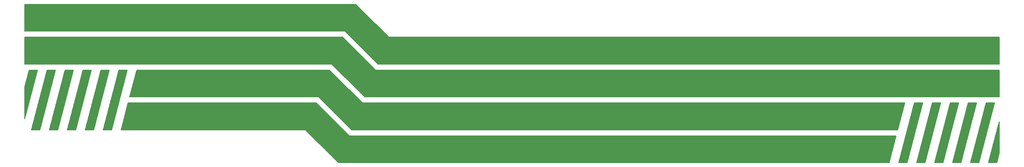
<source format=gtl>
G75*
G70*
%OFA0B0*%
%FSLAX24Y24*%
%IPPOS*%
%LPD*%
%AMOC8*
5,1,8,0,0,1.08239X$1,22.5*
%
%ADD10C,0.0050*%
D10*
X027475Y029345D02*
X024725Y032095D01*
X009298Y032095D01*
X009888Y034345D01*
X025625Y034345D01*
X028375Y031595D01*
X074088Y031595D01*
X073498Y029345D01*
X027475Y029345D01*
X027431Y029389D02*
X073509Y029389D01*
X073522Y029437D02*
X027383Y029437D01*
X027334Y029486D02*
X073534Y029486D01*
X073547Y029534D02*
X027286Y029534D01*
X027237Y029583D02*
X073560Y029583D01*
X073573Y029631D02*
X027189Y029631D01*
X027140Y029680D02*
X073585Y029680D01*
X073598Y029728D02*
X027092Y029728D01*
X027043Y029777D02*
X073611Y029777D01*
X073623Y029825D02*
X026995Y029825D01*
X026946Y029874D02*
X073636Y029874D01*
X073649Y029922D02*
X026898Y029922D01*
X026849Y029971D02*
X073662Y029971D01*
X073674Y030019D02*
X026801Y030019D01*
X026752Y030068D02*
X073687Y030068D01*
X073700Y030116D02*
X026704Y030116D01*
X026655Y030165D02*
X073712Y030165D01*
X073725Y030213D02*
X026607Y030213D01*
X026558Y030262D02*
X073738Y030262D01*
X073751Y030310D02*
X026510Y030310D01*
X026461Y030359D02*
X073763Y030359D01*
X073776Y030407D02*
X026413Y030407D01*
X026364Y030456D02*
X073789Y030456D01*
X073801Y030504D02*
X026316Y030504D01*
X026267Y030553D02*
X073814Y030553D01*
X073827Y030601D02*
X026219Y030601D01*
X026170Y030650D02*
X073840Y030650D01*
X073852Y030698D02*
X026122Y030698D01*
X026073Y030747D02*
X073865Y030747D01*
X073878Y030795D02*
X026025Y030795D01*
X025976Y030844D02*
X073890Y030844D01*
X073903Y030892D02*
X025928Y030892D01*
X025879Y030941D02*
X073916Y030941D01*
X073929Y030989D02*
X025831Y030989D01*
X025782Y031038D02*
X073941Y031038D01*
X073954Y031086D02*
X025734Y031086D01*
X025685Y031135D02*
X073967Y031135D01*
X073980Y031183D02*
X025637Y031183D01*
X025588Y031232D02*
X073992Y031232D01*
X074005Y031280D02*
X025540Y031280D01*
X025491Y031329D02*
X074018Y031329D01*
X074030Y031377D02*
X025443Y031377D01*
X025394Y031426D02*
X074043Y031426D01*
X074056Y031474D02*
X025346Y031474D01*
X025297Y031523D02*
X074069Y031523D01*
X074081Y031571D02*
X025249Y031571D01*
X025200Y031620D02*
X028350Y031620D01*
X028302Y031668D02*
X025152Y031668D01*
X025103Y031717D02*
X028253Y031717D01*
X028205Y031765D02*
X025055Y031765D01*
X025006Y031814D02*
X028156Y031814D01*
X028108Y031862D02*
X024958Y031862D01*
X024909Y031911D02*
X028059Y031911D01*
X028011Y031959D02*
X024861Y031959D01*
X024812Y032008D02*
X027962Y032008D01*
X027914Y032056D02*
X024764Y032056D01*
X026604Y033366D02*
X009631Y033366D01*
X009643Y033414D02*
X026556Y033414D01*
X026507Y033463D02*
X009656Y033463D01*
X009669Y033511D02*
X026459Y033511D01*
X026410Y033560D02*
X009682Y033560D01*
X009694Y033608D02*
X026362Y033608D01*
X026313Y033657D02*
X009707Y033657D01*
X009720Y033705D02*
X026265Y033705D01*
X026216Y033754D02*
X009732Y033754D01*
X009745Y033802D02*
X026168Y033802D01*
X026119Y033851D02*
X009758Y033851D01*
X009771Y033899D02*
X026071Y033899D01*
X026022Y033948D02*
X009783Y033948D01*
X009796Y033996D02*
X025974Y033996D01*
X025925Y034045D02*
X009809Y034045D01*
X009821Y034093D02*
X025877Y034093D01*
X025828Y034142D02*
X009834Y034142D01*
X009847Y034190D02*
X025780Y034190D01*
X025731Y034239D02*
X009860Y034239D01*
X009872Y034287D02*
X025683Y034287D01*
X025634Y034336D02*
X009885Y034336D01*
X010023Y034845D02*
X010613Y037095D01*
X026725Y037095D01*
X029475Y034345D01*
X074813Y034345D01*
X074223Y032095D01*
X028575Y032095D01*
X025825Y034845D01*
X010023Y034845D01*
X010029Y034869D02*
X028951Y034869D01*
X028999Y034821D02*
X025849Y034821D01*
X025898Y034772D02*
X029048Y034772D01*
X029096Y034724D02*
X025946Y034724D01*
X025995Y034675D02*
X029145Y034675D01*
X029193Y034627D02*
X026043Y034627D01*
X026092Y034578D02*
X029242Y034578D01*
X029290Y034530D02*
X026140Y034530D01*
X026189Y034481D02*
X029339Y034481D01*
X029387Y034433D02*
X026237Y034433D01*
X026286Y034384D02*
X029436Y034384D01*
X029675Y034845D02*
X026925Y037595D01*
X001243Y037595D01*
X001243Y039845D01*
X027825Y039845D01*
X030575Y037095D01*
X082707Y037095D01*
X082707Y034845D01*
X029675Y034845D01*
X029651Y034869D02*
X082707Y034869D01*
X082707Y034918D02*
X029602Y034918D01*
X029554Y034966D02*
X082707Y034966D01*
X082707Y035015D02*
X029505Y035015D01*
X029457Y035063D02*
X082707Y035063D01*
X082707Y035112D02*
X029408Y035112D01*
X029360Y035160D02*
X082707Y035160D01*
X082707Y035209D02*
X029311Y035209D01*
X029263Y035257D02*
X082707Y035257D01*
X082707Y035306D02*
X029214Y035306D01*
X029166Y035354D02*
X082707Y035354D01*
X082707Y035403D02*
X029117Y035403D01*
X029069Y035451D02*
X082707Y035451D01*
X082707Y035500D02*
X029020Y035500D01*
X028972Y035548D02*
X082707Y035548D01*
X082707Y035597D02*
X028923Y035597D01*
X028875Y035645D02*
X082707Y035645D01*
X082707Y035694D02*
X028826Y035694D01*
X028778Y035742D02*
X082707Y035742D01*
X082707Y035791D02*
X028729Y035791D01*
X028681Y035839D02*
X082707Y035839D01*
X082707Y035888D02*
X028632Y035888D01*
X028584Y035936D02*
X082707Y035936D01*
X082707Y035985D02*
X028535Y035985D01*
X028487Y036033D02*
X082707Y036033D01*
X082707Y036082D02*
X028438Y036082D01*
X028390Y036130D02*
X082707Y036130D01*
X082707Y036179D02*
X028341Y036179D01*
X028293Y036227D02*
X082707Y036227D01*
X082707Y036276D02*
X028244Y036276D01*
X028196Y036324D02*
X082707Y036324D01*
X082707Y036373D02*
X028147Y036373D01*
X028099Y036421D02*
X082707Y036421D01*
X082707Y036470D02*
X028050Y036470D01*
X028002Y036518D02*
X082707Y036518D01*
X082707Y036567D02*
X027953Y036567D01*
X027905Y036615D02*
X082707Y036615D01*
X082707Y036664D02*
X027856Y036664D01*
X027808Y036712D02*
X082707Y036712D01*
X082707Y036761D02*
X027759Y036761D01*
X027711Y036809D02*
X082707Y036809D01*
X082707Y036858D02*
X027662Y036858D01*
X027614Y036906D02*
X082707Y036906D01*
X082707Y036955D02*
X027565Y036955D01*
X027517Y037003D02*
X082707Y037003D01*
X082707Y037052D02*
X027468Y037052D01*
X027420Y037100D02*
X030570Y037100D01*
X030521Y037149D02*
X027371Y037149D01*
X027323Y037197D02*
X030473Y037197D01*
X030424Y037246D02*
X027274Y037246D01*
X027226Y037294D02*
X030376Y037294D01*
X030327Y037343D02*
X027177Y037343D01*
X027129Y037391D02*
X030279Y037391D01*
X030230Y037440D02*
X027080Y037440D01*
X027032Y037488D02*
X030182Y037488D01*
X030133Y037537D02*
X026983Y037537D01*
X026935Y037585D02*
X030085Y037585D01*
X030036Y037634D02*
X001243Y037634D01*
X001243Y037682D02*
X029988Y037682D01*
X029939Y037731D02*
X001243Y037731D01*
X001243Y037779D02*
X029891Y037779D01*
X029842Y037828D02*
X001243Y037828D01*
X001243Y037876D02*
X029794Y037876D01*
X029745Y037925D02*
X001243Y037925D01*
X001243Y037973D02*
X029697Y037973D01*
X029648Y038022D02*
X001243Y038022D01*
X001243Y038070D02*
X029600Y038070D01*
X029551Y038119D02*
X001243Y038119D01*
X001243Y038167D02*
X029503Y038167D01*
X029454Y038216D02*
X001243Y038216D01*
X001243Y038264D02*
X029406Y038264D01*
X029357Y038313D02*
X001243Y038313D01*
X001243Y038361D02*
X029309Y038361D01*
X029260Y038410D02*
X001243Y038410D01*
X001243Y038458D02*
X029212Y038458D01*
X029163Y038507D02*
X001243Y038507D01*
X001243Y038555D02*
X029115Y038555D01*
X029066Y038604D02*
X001243Y038604D01*
X001243Y038652D02*
X029018Y038652D01*
X028969Y038701D02*
X001243Y038701D01*
X001243Y038749D02*
X028921Y038749D01*
X028872Y038798D02*
X001243Y038798D01*
X001243Y038846D02*
X028824Y038846D01*
X028775Y038895D02*
X001243Y038895D01*
X001243Y038943D02*
X028727Y038943D01*
X028678Y038992D02*
X001243Y038992D01*
X001243Y039040D02*
X028630Y039040D01*
X028581Y039089D02*
X001243Y039089D01*
X001243Y039137D02*
X028533Y039137D01*
X028484Y039186D02*
X001243Y039186D01*
X001243Y039234D02*
X028436Y039234D01*
X028387Y039283D02*
X001243Y039283D01*
X001243Y039331D02*
X028339Y039331D01*
X028290Y039380D02*
X001243Y039380D01*
X001243Y039428D02*
X028242Y039428D01*
X028193Y039477D02*
X001243Y039477D01*
X001243Y039525D02*
X028145Y039525D01*
X028096Y039574D02*
X001243Y039574D01*
X001243Y039622D02*
X028048Y039622D01*
X027999Y039671D02*
X001243Y039671D01*
X001243Y039719D02*
X027951Y039719D01*
X027902Y039768D02*
X001243Y039768D01*
X001243Y039816D02*
X027854Y039816D01*
X028214Y040156D02*
X031364Y040156D01*
X031316Y040204D02*
X028166Y040204D01*
X028117Y040253D02*
X031267Y040253D01*
X031219Y040301D02*
X028069Y040301D01*
X028025Y040345D02*
X001243Y040345D01*
X001243Y042595D01*
X028925Y042595D01*
X031675Y039845D01*
X082707Y039845D01*
X082707Y037595D01*
X030775Y037595D01*
X028025Y040345D01*
X028263Y040107D02*
X031413Y040107D01*
X031461Y040059D02*
X028311Y040059D01*
X028360Y040010D02*
X031510Y040010D01*
X031558Y039962D02*
X028408Y039962D01*
X028457Y039913D02*
X031607Y039913D01*
X031655Y039865D02*
X028505Y039865D01*
X028554Y039816D02*
X082707Y039816D01*
X082707Y039768D02*
X028602Y039768D01*
X028651Y039719D02*
X082707Y039719D01*
X082707Y039671D02*
X028699Y039671D01*
X028748Y039622D02*
X082707Y039622D01*
X082707Y039574D02*
X028796Y039574D01*
X028845Y039525D02*
X082707Y039525D01*
X082707Y039477D02*
X028893Y039477D01*
X028942Y039428D02*
X082707Y039428D01*
X082707Y039380D02*
X028990Y039380D01*
X029039Y039331D02*
X082707Y039331D01*
X082707Y039283D02*
X029087Y039283D01*
X029136Y039234D02*
X082707Y039234D01*
X082707Y039186D02*
X029184Y039186D01*
X029233Y039137D02*
X082707Y039137D01*
X082707Y039089D02*
X029281Y039089D01*
X029330Y039040D02*
X082707Y039040D01*
X082707Y038992D02*
X029378Y038992D01*
X029427Y038943D02*
X082707Y038943D01*
X082707Y038895D02*
X029475Y038895D01*
X029524Y038846D02*
X082707Y038846D01*
X082707Y038798D02*
X029572Y038798D01*
X029621Y038749D02*
X082707Y038749D01*
X082707Y038701D02*
X029669Y038701D01*
X029718Y038652D02*
X082707Y038652D01*
X082707Y038604D02*
X029766Y038604D01*
X029815Y038555D02*
X082707Y038555D01*
X082707Y038507D02*
X029863Y038507D01*
X029912Y038458D02*
X082707Y038458D01*
X082707Y038410D02*
X029960Y038410D01*
X030009Y038361D02*
X082707Y038361D01*
X082707Y038313D02*
X030057Y038313D01*
X030106Y038264D02*
X082707Y038264D01*
X082707Y038216D02*
X030154Y038216D01*
X030203Y038167D02*
X082707Y038167D01*
X082707Y038119D02*
X030251Y038119D01*
X030300Y038070D02*
X082707Y038070D01*
X082707Y038022D02*
X030348Y038022D01*
X030397Y037973D02*
X082707Y037973D01*
X082707Y037925D02*
X030445Y037925D01*
X030494Y037876D02*
X082707Y037876D01*
X082707Y037828D02*
X030542Y037828D01*
X030591Y037779D02*
X082707Y037779D01*
X082707Y037731D02*
X030639Y037731D01*
X030688Y037682D02*
X082707Y037682D01*
X082707Y037634D02*
X030736Y037634D01*
X027787Y036033D02*
X010334Y036033D01*
X010321Y035985D02*
X027835Y035985D01*
X027884Y035936D02*
X010309Y035936D01*
X010296Y035888D02*
X027932Y035888D01*
X027981Y035839D02*
X010283Y035839D01*
X010270Y035791D02*
X028029Y035791D01*
X028078Y035742D02*
X010258Y035742D01*
X010245Y035694D02*
X028126Y035694D01*
X028175Y035645D02*
X010232Y035645D01*
X010220Y035597D02*
X028223Y035597D01*
X028272Y035548D02*
X010207Y035548D01*
X010194Y035500D02*
X028320Y035500D01*
X028369Y035451D02*
X010181Y035451D01*
X010169Y035403D02*
X028417Y035403D01*
X028466Y035354D02*
X010156Y035354D01*
X010143Y035306D02*
X028514Y035306D01*
X028563Y035257D02*
X010131Y035257D01*
X010118Y035209D02*
X028611Y035209D01*
X028660Y035160D02*
X010105Y035160D01*
X010092Y035112D02*
X028708Y035112D01*
X028757Y035063D02*
X010080Y035063D01*
X010067Y035015D02*
X028805Y035015D01*
X028854Y034966D02*
X010054Y034966D01*
X010042Y034918D02*
X028902Y034918D01*
X027256Y033414D02*
X074568Y033414D01*
X074556Y033366D02*
X027304Y033366D01*
X027353Y033317D02*
X074543Y033317D01*
X074530Y033269D02*
X027401Y033269D01*
X027450Y033220D02*
X074518Y033220D01*
X074505Y033172D02*
X027498Y033172D01*
X027547Y033123D02*
X074492Y033123D01*
X074479Y033075D02*
X027595Y033075D01*
X027644Y033026D02*
X074467Y033026D01*
X074454Y032978D02*
X027692Y032978D01*
X027741Y032929D02*
X074441Y032929D01*
X074429Y032881D02*
X027789Y032881D01*
X027838Y032832D02*
X074416Y032832D01*
X074403Y032784D02*
X027886Y032784D01*
X027935Y032735D02*
X074390Y032735D01*
X074378Y032687D02*
X027983Y032687D01*
X028032Y032638D02*
X074365Y032638D01*
X074352Y032590D02*
X028080Y032590D01*
X028129Y032541D02*
X074339Y032541D01*
X074327Y032493D02*
X028177Y032493D01*
X028226Y032444D02*
X074314Y032444D01*
X074301Y032396D02*
X028274Y032396D01*
X028323Y032347D02*
X074289Y032347D01*
X074276Y032299D02*
X028371Y032299D01*
X028420Y032250D02*
X074263Y032250D01*
X074250Y032202D02*
X028468Y032202D01*
X028517Y032153D02*
X074238Y032153D01*
X074225Y032105D02*
X028565Y032105D01*
X027865Y032105D02*
X009300Y032105D01*
X009313Y032153D02*
X027817Y032153D01*
X027768Y032202D02*
X009325Y032202D01*
X009338Y032250D02*
X027720Y032250D01*
X027671Y032299D02*
X009351Y032299D01*
X009364Y032347D02*
X027623Y032347D01*
X027574Y032396D02*
X009376Y032396D01*
X009389Y032444D02*
X027526Y032444D01*
X027477Y032493D02*
X009402Y032493D01*
X009414Y032541D02*
X027429Y032541D01*
X027380Y032590D02*
X009427Y032590D01*
X009440Y032638D02*
X027332Y032638D01*
X027283Y032687D02*
X009453Y032687D01*
X009465Y032735D02*
X027235Y032735D01*
X027186Y032784D02*
X009478Y032784D01*
X009491Y032832D02*
X027138Y032832D01*
X027089Y032881D02*
X009504Y032881D01*
X009516Y032929D02*
X027041Y032929D01*
X026992Y032978D02*
X009529Y032978D01*
X009542Y033026D02*
X026944Y033026D01*
X026895Y033075D02*
X009554Y033075D01*
X009567Y033123D02*
X026847Y033123D01*
X026798Y033172D02*
X009580Y033172D01*
X009593Y033220D02*
X026750Y033220D01*
X026701Y033269D02*
X009605Y033269D01*
X009618Y033317D02*
X026653Y033317D01*
X027013Y033657D02*
X074632Y033657D01*
X074645Y033705D02*
X026965Y033705D01*
X026916Y033754D02*
X074657Y033754D01*
X074670Y033802D02*
X026868Y033802D01*
X026819Y033851D02*
X074683Y033851D01*
X074696Y033899D02*
X026771Y033899D01*
X026722Y033948D02*
X074708Y033948D01*
X074721Y033996D02*
X026674Y033996D01*
X026625Y034045D02*
X074734Y034045D01*
X074746Y034093D02*
X026577Y034093D01*
X026528Y034142D02*
X074759Y034142D01*
X074772Y034190D02*
X026480Y034190D01*
X026431Y034239D02*
X074785Y034239D01*
X074797Y034287D02*
X026383Y034287D01*
X026334Y034336D02*
X074810Y034336D01*
X074619Y033608D02*
X027062Y033608D01*
X027110Y033560D02*
X074607Y033560D01*
X074594Y033511D02*
X027159Y033511D01*
X027207Y033463D02*
X074581Y033463D01*
X075329Y033269D02*
X076029Y033269D01*
X076042Y033317D02*
X075342Y033317D01*
X075355Y033366D02*
X076055Y033366D01*
X076068Y033414D02*
X075368Y033414D01*
X075380Y033463D02*
X076080Y033463D01*
X076093Y033511D02*
X075393Y033511D01*
X075406Y033560D02*
X076106Y033560D01*
X076119Y033608D02*
X075419Y033608D01*
X075431Y033657D02*
X076131Y033657D01*
X076144Y033705D02*
X075444Y033705D01*
X075457Y033754D02*
X076157Y033754D01*
X076170Y033802D02*
X075470Y033802D01*
X075482Y033851D02*
X076182Y033851D01*
X076195Y033899D02*
X075495Y033899D01*
X075508Y033948D02*
X076208Y033948D01*
X076221Y033996D02*
X075521Y033996D01*
X075534Y034045D02*
X076234Y034045D01*
X076246Y034093D02*
X075546Y034093D01*
X075559Y034142D02*
X076259Y034142D01*
X076272Y034190D02*
X075572Y034190D01*
X075585Y034239D02*
X076285Y034239D01*
X076297Y034287D02*
X075597Y034287D01*
X075610Y034336D02*
X076310Y034336D01*
X076313Y034345D02*
X075613Y034345D01*
X074298Y029345D01*
X074998Y029345D01*
X076313Y034345D01*
X077059Y034142D02*
X077759Y034142D01*
X077772Y034190D02*
X077072Y034190D01*
X077085Y034239D02*
X077785Y034239D01*
X077797Y034287D02*
X077097Y034287D01*
X077110Y034336D02*
X077810Y034336D01*
X077813Y034345D02*
X077113Y034345D01*
X075798Y029345D01*
X076498Y029345D01*
X077813Y034345D01*
X077746Y034093D02*
X077046Y034093D01*
X077034Y034045D02*
X077734Y034045D01*
X077721Y033996D02*
X077021Y033996D01*
X077008Y033948D02*
X077708Y033948D01*
X077695Y033899D02*
X076995Y033899D01*
X076982Y033851D02*
X077682Y033851D01*
X077670Y033802D02*
X076970Y033802D01*
X076957Y033754D02*
X077657Y033754D01*
X077644Y033705D02*
X076944Y033705D01*
X076931Y033657D02*
X077631Y033657D01*
X077619Y033608D02*
X076919Y033608D01*
X076906Y033560D02*
X077606Y033560D01*
X077593Y033511D02*
X076893Y033511D01*
X076880Y033463D02*
X077580Y033463D01*
X077568Y033414D02*
X076868Y033414D01*
X076855Y033366D02*
X077555Y033366D01*
X077542Y033317D02*
X076842Y033317D01*
X076829Y033269D02*
X077529Y033269D01*
X077517Y033220D02*
X076817Y033220D01*
X076804Y033172D02*
X077504Y033172D01*
X077491Y033123D02*
X076791Y033123D01*
X076778Y033075D02*
X077478Y033075D01*
X077466Y033026D02*
X076766Y033026D01*
X076753Y032978D02*
X077453Y032978D01*
X077440Y032929D02*
X076740Y032929D01*
X076727Y032881D02*
X077427Y032881D01*
X077415Y032832D02*
X076715Y032832D01*
X076702Y032784D02*
X077402Y032784D01*
X077389Y032735D02*
X076689Y032735D01*
X076676Y032687D02*
X077376Y032687D01*
X077364Y032638D02*
X076664Y032638D01*
X076651Y032590D02*
X077351Y032590D01*
X077338Y032541D02*
X076638Y032541D01*
X076625Y032493D02*
X077325Y032493D01*
X077313Y032444D02*
X076613Y032444D01*
X076600Y032396D02*
X077300Y032396D01*
X077287Y032347D02*
X076587Y032347D01*
X076574Y032299D02*
X077274Y032299D01*
X077262Y032250D02*
X076562Y032250D01*
X076549Y032202D02*
X077249Y032202D01*
X077236Y032153D02*
X076536Y032153D01*
X076523Y032105D02*
X077223Y032105D01*
X077211Y032056D02*
X076511Y032056D01*
X076498Y032008D02*
X077198Y032008D01*
X077185Y031959D02*
X076485Y031959D01*
X076472Y031911D02*
X077172Y031911D01*
X077160Y031862D02*
X076460Y031862D01*
X076447Y031814D02*
X077147Y031814D01*
X077134Y031765D02*
X076434Y031765D01*
X076421Y031717D02*
X077121Y031717D01*
X077108Y031668D02*
X076408Y031668D01*
X076396Y031620D02*
X077096Y031620D01*
X077083Y031571D02*
X076383Y031571D01*
X076370Y031523D02*
X077070Y031523D01*
X077057Y031474D02*
X076357Y031474D01*
X076345Y031426D02*
X077045Y031426D01*
X077032Y031377D02*
X076332Y031377D01*
X076319Y031329D02*
X077019Y031329D01*
X077006Y031280D02*
X076306Y031280D01*
X076294Y031232D02*
X076994Y031232D01*
X076981Y031183D02*
X076281Y031183D01*
X076268Y031135D02*
X076968Y031135D01*
X076955Y031086D02*
X076255Y031086D01*
X076243Y031038D02*
X076943Y031038D01*
X076930Y030989D02*
X076230Y030989D01*
X076217Y030941D02*
X076917Y030941D01*
X076904Y030892D02*
X076204Y030892D01*
X076192Y030844D02*
X076892Y030844D01*
X076879Y030795D02*
X076179Y030795D01*
X076166Y030747D02*
X076866Y030747D01*
X076853Y030698D02*
X076153Y030698D01*
X076141Y030650D02*
X076841Y030650D01*
X076828Y030601D02*
X076128Y030601D01*
X076115Y030553D02*
X076815Y030553D01*
X076802Y030504D02*
X076102Y030504D01*
X076090Y030456D02*
X076790Y030456D01*
X076777Y030407D02*
X076077Y030407D01*
X076064Y030359D02*
X076764Y030359D01*
X076751Y030310D02*
X076051Y030310D01*
X076039Y030262D02*
X076739Y030262D01*
X076726Y030213D02*
X076026Y030213D01*
X076013Y030165D02*
X076713Y030165D01*
X076700Y030116D02*
X076000Y030116D01*
X075988Y030068D02*
X076688Y030068D01*
X076675Y030019D02*
X075975Y030019D01*
X075962Y029971D02*
X076662Y029971D01*
X076649Y029922D02*
X075949Y029922D01*
X075937Y029874D02*
X076637Y029874D01*
X076624Y029825D02*
X075924Y029825D01*
X075911Y029777D02*
X076611Y029777D01*
X076598Y029728D02*
X075898Y029728D01*
X075886Y029680D02*
X076586Y029680D01*
X076573Y029631D02*
X075873Y029631D01*
X075860Y029583D02*
X076560Y029583D01*
X076547Y029534D02*
X075847Y029534D01*
X075834Y029486D02*
X076534Y029486D01*
X076522Y029437D02*
X075822Y029437D01*
X075809Y029389D02*
X076509Y029389D01*
X077298Y029345D02*
X078613Y034345D01*
X079313Y034345D01*
X077998Y029345D01*
X077298Y029345D01*
X077309Y029389D02*
X078009Y029389D01*
X078022Y029437D02*
X077322Y029437D01*
X077334Y029486D02*
X078034Y029486D01*
X078047Y029534D02*
X077347Y029534D01*
X077360Y029583D02*
X078060Y029583D01*
X078073Y029631D02*
X077373Y029631D01*
X077386Y029680D02*
X078086Y029680D01*
X078098Y029728D02*
X077398Y029728D01*
X077411Y029777D02*
X078111Y029777D01*
X078124Y029825D02*
X077424Y029825D01*
X077437Y029874D02*
X078137Y029874D01*
X078149Y029922D02*
X077449Y029922D01*
X077462Y029971D02*
X078162Y029971D01*
X078175Y030019D02*
X077475Y030019D01*
X077488Y030068D02*
X078188Y030068D01*
X078200Y030116D02*
X077500Y030116D01*
X077513Y030165D02*
X078213Y030165D01*
X078226Y030213D02*
X077526Y030213D01*
X077539Y030262D02*
X078239Y030262D01*
X078251Y030310D02*
X077551Y030310D01*
X077564Y030359D02*
X078264Y030359D01*
X078277Y030407D02*
X077577Y030407D01*
X077590Y030456D02*
X078290Y030456D01*
X078302Y030504D02*
X077602Y030504D01*
X077615Y030553D02*
X078315Y030553D01*
X078328Y030601D02*
X077628Y030601D01*
X077641Y030650D02*
X078341Y030650D01*
X078353Y030698D02*
X077653Y030698D01*
X077666Y030747D02*
X078366Y030747D01*
X078379Y030795D02*
X077679Y030795D01*
X077692Y030844D02*
X078392Y030844D01*
X078404Y030892D02*
X077704Y030892D01*
X077717Y030941D02*
X078417Y030941D01*
X078430Y030989D02*
X077730Y030989D01*
X077743Y031038D02*
X078443Y031038D01*
X078455Y031086D02*
X077755Y031086D01*
X077768Y031135D02*
X078468Y031135D01*
X078481Y031183D02*
X077781Y031183D01*
X077794Y031232D02*
X078494Y031232D01*
X078506Y031280D02*
X077806Y031280D01*
X077819Y031329D02*
X078519Y031329D01*
X078532Y031377D02*
X077832Y031377D01*
X077845Y031426D02*
X078545Y031426D01*
X078557Y031474D02*
X077857Y031474D01*
X077870Y031523D02*
X078570Y031523D01*
X078583Y031571D02*
X077883Y031571D01*
X077896Y031620D02*
X078596Y031620D01*
X078608Y031668D02*
X077908Y031668D01*
X077921Y031717D02*
X078621Y031717D01*
X078634Y031765D02*
X077934Y031765D01*
X077947Y031814D02*
X078647Y031814D01*
X078660Y031862D02*
X077960Y031862D01*
X077972Y031911D02*
X078672Y031911D01*
X078685Y031959D02*
X077985Y031959D01*
X077998Y032008D02*
X078698Y032008D01*
X078711Y032056D02*
X078011Y032056D01*
X078023Y032105D02*
X078723Y032105D01*
X078736Y032153D02*
X078036Y032153D01*
X078049Y032202D02*
X078749Y032202D01*
X078762Y032250D02*
X078062Y032250D01*
X078074Y032299D02*
X078774Y032299D01*
X078787Y032347D02*
X078087Y032347D01*
X078100Y032396D02*
X078800Y032396D01*
X078813Y032444D02*
X078113Y032444D01*
X078125Y032493D02*
X078825Y032493D01*
X078838Y032541D02*
X078138Y032541D01*
X078151Y032590D02*
X078851Y032590D01*
X078864Y032638D02*
X078164Y032638D01*
X078176Y032687D02*
X078876Y032687D01*
X078889Y032735D02*
X078189Y032735D01*
X078202Y032784D02*
X078902Y032784D01*
X078915Y032832D02*
X078215Y032832D01*
X078227Y032881D02*
X078927Y032881D01*
X078940Y032929D02*
X078240Y032929D01*
X078253Y032978D02*
X078953Y032978D01*
X078966Y033026D02*
X078266Y033026D01*
X078278Y033075D02*
X078978Y033075D01*
X078991Y033123D02*
X078291Y033123D01*
X078304Y033172D02*
X079004Y033172D01*
X079017Y033220D02*
X078317Y033220D01*
X078329Y033269D02*
X079029Y033269D01*
X079042Y033317D02*
X078342Y033317D01*
X078355Y033366D02*
X079055Y033366D01*
X079068Y033414D02*
X078368Y033414D01*
X078380Y033463D02*
X079080Y033463D01*
X079093Y033511D02*
X078393Y033511D01*
X078406Y033560D02*
X079106Y033560D01*
X079119Y033608D02*
X078419Y033608D01*
X078431Y033657D02*
X079131Y033657D01*
X079144Y033705D02*
X078444Y033705D01*
X078457Y033754D02*
X079157Y033754D01*
X079170Y033802D02*
X078470Y033802D01*
X078482Y033851D02*
X079182Y033851D01*
X079195Y033899D02*
X078495Y033899D01*
X078508Y033948D02*
X079208Y033948D01*
X079221Y033996D02*
X078521Y033996D01*
X078534Y034045D02*
X079234Y034045D01*
X079246Y034093D02*
X078546Y034093D01*
X078559Y034142D02*
X079259Y034142D01*
X079272Y034190D02*
X078572Y034190D01*
X078585Y034239D02*
X079285Y034239D01*
X079297Y034287D02*
X078597Y034287D01*
X078610Y034336D02*
X079310Y034336D01*
X080059Y034142D02*
X080759Y034142D01*
X080772Y034190D02*
X080072Y034190D01*
X080085Y034239D02*
X080785Y034239D01*
X080797Y034287D02*
X080097Y034287D01*
X080110Y034336D02*
X080810Y034336D01*
X080813Y034345D02*
X080113Y034345D01*
X078798Y029345D01*
X079498Y029345D01*
X080813Y034345D01*
X080746Y034093D02*
X080046Y034093D01*
X080034Y034045D02*
X080734Y034045D01*
X080721Y033996D02*
X080021Y033996D01*
X080008Y033948D02*
X080708Y033948D01*
X080695Y033899D02*
X079995Y033899D01*
X079982Y033851D02*
X080682Y033851D01*
X080670Y033802D02*
X079970Y033802D01*
X079957Y033754D02*
X080657Y033754D01*
X080644Y033705D02*
X079944Y033705D01*
X079931Y033657D02*
X080631Y033657D01*
X080619Y033608D02*
X079919Y033608D01*
X079906Y033560D02*
X080606Y033560D01*
X080593Y033511D02*
X079893Y033511D01*
X079880Y033463D02*
X080580Y033463D01*
X080568Y033414D02*
X079868Y033414D01*
X079855Y033366D02*
X080555Y033366D01*
X080542Y033317D02*
X079842Y033317D01*
X079829Y033269D02*
X080529Y033269D01*
X080517Y033220D02*
X079817Y033220D01*
X079804Y033172D02*
X080504Y033172D01*
X080491Y033123D02*
X079791Y033123D01*
X079778Y033075D02*
X080478Y033075D01*
X080466Y033026D02*
X079766Y033026D01*
X079753Y032978D02*
X080453Y032978D01*
X080440Y032929D02*
X079740Y032929D01*
X079727Y032881D02*
X080427Y032881D01*
X080415Y032832D02*
X079715Y032832D01*
X079702Y032784D02*
X080402Y032784D01*
X080389Y032735D02*
X079689Y032735D01*
X079676Y032687D02*
X080376Y032687D01*
X080364Y032638D02*
X079664Y032638D01*
X079651Y032590D02*
X080351Y032590D01*
X080338Y032541D02*
X079638Y032541D01*
X079625Y032493D02*
X080325Y032493D01*
X080313Y032444D02*
X079613Y032444D01*
X079600Y032396D02*
X080300Y032396D01*
X080287Y032347D02*
X079587Y032347D01*
X079574Y032299D02*
X080274Y032299D01*
X080262Y032250D02*
X079562Y032250D01*
X079549Y032202D02*
X080249Y032202D01*
X080236Y032153D02*
X079536Y032153D01*
X079523Y032105D02*
X080223Y032105D01*
X080211Y032056D02*
X079511Y032056D01*
X079498Y032008D02*
X080198Y032008D01*
X080185Y031959D02*
X079485Y031959D01*
X079472Y031911D02*
X080172Y031911D01*
X080160Y031862D02*
X079460Y031862D01*
X079447Y031814D02*
X080147Y031814D01*
X080134Y031765D02*
X079434Y031765D01*
X079421Y031717D02*
X080121Y031717D01*
X080108Y031668D02*
X079408Y031668D01*
X079396Y031620D02*
X080096Y031620D01*
X080083Y031571D02*
X079383Y031571D01*
X079370Y031523D02*
X080070Y031523D01*
X080057Y031474D02*
X079357Y031474D01*
X079345Y031426D02*
X080045Y031426D01*
X080032Y031377D02*
X079332Y031377D01*
X079319Y031329D02*
X080019Y031329D01*
X080006Y031280D02*
X079306Y031280D01*
X079294Y031232D02*
X079994Y031232D01*
X079981Y031183D02*
X079281Y031183D01*
X079268Y031135D02*
X079968Y031135D01*
X079955Y031086D02*
X079255Y031086D01*
X079243Y031038D02*
X079943Y031038D01*
X079930Y030989D02*
X079230Y030989D01*
X079217Y030941D02*
X079917Y030941D01*
X079904Y030892D02*
X079204Y030892D01*
X079192Y030844D02*
X079892Y030844D01*
X079879Y030795D02*
X079179Y030795D01*
X079166Y030747D02*
X079866Y030747D01*
X079853Y030698D02*
X079153Y030698D01*
X079141Y030650D02*
X079841Y030650D01*
X079828Y030601D02*
X079128Y030601D01*
X079115Y030553D02*
X079815Y030553D01*
X079802Y030504D02*
X079102Y030504D01*
X079090Y030456D02*
X079790Y030456D01*
X079777Y030407D02*
X079077Y030407D01*
X079064Y030359D02*
X079764Y030359D01*
X079751Y030310D02*
X079051Y030310D01*
X079039Y030262D02*
X079739Y030262D01*
X079726Y030213D02*
X079026Y030213D01*
X079013Y030165D02*
X079713Y030165D01*
X079700Y030116D02*
X079000Y030116D01*
X078988Y030068D02*
X079688Y030068D01*
X079675Y030019D02*
X078975Y030019D01*
X078962Y029971D02*
X079662Y029971D01*
X079649Y029922D02*
X078949Y029922D01*
X078937Y029874D02*
X079637Y029874D01*
X079624Y029825D02*
X078924Y029825D01*
X078911Y029777D02*
X079611Y029777D01*
X079598Y029728D02*
X078898Y029728D01*
X078886Y029680D02*
X079586Y029680D01*
X079573Y029631D02*
X078873Y029631D01*
X078860Y029583D02*
X079560Y029583D01*
X079547Y029534D02*
X078847Y029534D01*
X078834Y029486D02*
X079534Y029486D01*
X079522Y029437D02*
X078822Y029437D01*
X078809Y029389D02*
X079509Y029389D01*
X080298Y029345D02*
X081613Y034345D01*
X082313Y034345D01*
X080998Y029345D01*
X080298Y029345D01*
X080309Y029389D02*
X081009Y029389D01*
X081022Y029437D02*
X080322Y029437D01*
X080334Y029486D02*
X081034Y029486D01*
X081047Y029534D02*
X080347Y029534D01*
X080360Y029583D02*
X081060Y029583D01*
X081073Y029631D02*
X080373Y029631D01*
X080386Y029680D02*
X081086Y029680D01*
X081098Y029728D02*
X080398Y029728D01*
X080411Y029777D02*
X081111Y029777D01*
X081124Y029825D02*
X080424Y029825D01*
X080437Y029874D02*
X081137Y029874D01*
X081149Y029922D02*
X080449Y029922D01*
X080462Y029971D02*
X081162Y029971D01*
X081175Y030019D02*
X080475Y030019D01*
X080488Y030068D02*
X081188Y030068D01*
X081200Y030116D02*
X080500Y030116D01*
X080513Y030165D02*
X081213Y030165D01*
X081226Y030213D02*
X080526Y030213D01*
X080539Y030262D02*
X081239Y030262D01*
X081251Y030310D02*
X080551Y030310D01*
X080564Y030359D02*
X081264Y030359D01*
X081277Y030407D02*
X080577Y030407D01*
X080590Y030456D02*
X081290Y030456D01*
X081302Y030504D02*
X080602Y030504D01*
X080615Y030553D02*
X081315Y030553D01*
X081328Y030601D02*
X080628Y030601D01*
X080641Y030650D02*
X081341Y030650D01*
X081353Y030698D02*
X080653Y030698D01*
X080666Y030747D02*
X081366Y030747D01*
X081379Y030795D02*
X080679Y030795D01*
X080692Y030844D02*
X081392Y030844D01*
X081404Y030892D02*
X080704Y030892D01*
X080717Y030941D02*
X081417Y030941D01*
X081430Y030989D02*
X080730Y030989D01*
X080743Y031038D02*
X081443Y031038D01*
X081455Y031086D02*
X080755Y031086D01*
X080768Y031135D02*
X081468Y031135D01*
X081481Y031183D02*
X080781Y031183D01*
X080794Y031232D02*
X081494Y031232D01*
X081506Y031280D02*
X080806Y031280D01*
X080819Y031329D02*
X081519Y031329D01*
X081532Y031377D02*
X080832Y031377D01*
X080845Y031426D02*
X081545Y031426D01*
X081557Y031474D02*
X080857Y031474D01*
X080870Y031523D02*
X081570Y031523D01*
X081583Y031571D02*
X080883Y031571D01*
X080896Y031620D02*
X081596Y031620D01*
X081608Y031668D02*
X080908Y031668D01*
X080921Y031717D02*
X081621Y031717D01*
X081634Y031765D02*
X080934Y031765D01*
X080947Y031814D02*
X081647Y031814D01*
X081660Y031862D02*
X080960Y031862D01*
X080972Y031911D02*
X081672Y031911D01*
X081685Y031959D02*
X080985Y031959D01*
X080998Y032008D02*
X081698Y032008D01*
X081711Y032056D02*
X081011Y032056D01*
X081023Y032105D02*
X081723Y032105D01*
X081736Y032153D02*
X081036Y032153D01*
X081049Y032202D02*
X081749Y032202D01*
X081762Y032250D02*
X081062Y032250D01*
X081074Y032299D02*
X081774Y032299D01*
X081787Y032347D02*
X081087Y032347D01*
X081100Y032396D02*
X081800Y032396D01*
X081813Y032444D02*
X081113Y032444D01*
X081125Y032493D02*
X081825Y032493D01*
X081838Y032541D02*
X081138Y032541D01*
X081151Y032590D02*
X081851Y032590D01*
X081864Y032638D02*
X081164Y032638D01*
X081176Y032687D02*
X081876Y032687D01*
X081889Y032735D02*
X081189Y032735D01*
X081202Y032784D02*
X081902Y032784D01*
X081915Y032832D02*
X081215Y032832D01*
X081227Y032881D02*
X081927Y032881D01*
X081940Y032929D02*
X081240Y032929D01*
X081253Y032978D02*
X081953Y032978D01*
X081966Y033026D02*
X081266Y033026D01*
X081278Y033075D02*
X081978Y033075D01*
X081991Y033123D02*
X081291Y033123D01*
X081304Y033172D02*
X082004Y033172D01*
X082017Y033220D02*
X081317Y033220D01*
X081329Y033269D02*
X082029Y033269D01*
X082042Y033317D02*
X081342Y033317D01*
X081355Y033366D02*
X082055Y033366D01*
X082068Y033414D02*
X081368Y033414D01*
X081380Y033463D02*
X082080Y033463D01*
X082093Y033511D02*
X081393Y033511D01*
X081406Y033560D02*
X082106Y033560D01*
X082119Y033608D02*
X081419Y033608D01*
X081431Y033657D02*
X082131Y033657D01*
X082144Y033705D02*
X081444Y033705D01*
X081457Y033754D02*
X082157Y033754D01*
X082170Y033802D02*
X081470Y033802D01*
X081482Y033851D02*
X082182Y033851D01*
X082195Y033899D02*
X081495Y033899D01*
X081508Y033948D02*
X082208Y033948D01*
X082221Y033996D02*
X081521Y033996D01*
X081534Y034045D02*
X082234Y034045D01*
X082246Y034093D02*
X081546Y034093D01*
X081559Y034142D02*
X082259Y034142D01*
X082272Y034190D02*
X081572Y034190D01*
X081585Y034239D02*
X082285Y034239D01*
X082297Y034287D02*
X081597Y034287D01*
X081610Y034336D02*
X082310Y034336D01*
X082707Y032803D02*
X082707Y030141D01*
X082498Y029345D01*
X081798Y029345D01*
X082707Y032803D01*
X082702Y032784D02*
X082707Y032784D01*
X082707Y032735D02*
X082689Y032735D01*
X082676Y032687D02*
X082707Y032687D01*
X082707Y032638D02*
X082664Y032638D01*
X082651Y032590D02*
X082707Y032590D01*
X082707Y032541D02*
X082638Y032541D01*
X082625Y032493D02*
X082707Y032493D01*
X082707Y032444D02*
X082613Y032444D01*
X082600Y032396D02*
X082707Y032396D01*
X082707Y032347D02*
X082587Y032347D01*
X082574Y032299D02*
X082707Y032299D01*
X082707Y032250D02*
X082562Y032250D01*
X082549Y032202D02*
X082707Y032202D01*
X082707Y032153D02*
X082536Y032153D01*
X082523Y032105D02*
X082707Y032105D01*
X082707Y032056D02*
X082511Y032056D01*
X082498Y032008D02*
X082707Y032008D01*
X082707Y031959D02*
X082485Y031959D01*
X082472Y031911D02*
X082707Y031911D01*
X082707Y031862D02*
X082460Y031862D01*
X082447Y031814D02*
X082707Y031814D01*
X082707Y031765D02*
X082434Y031765D01*
X082421Y031717D02*
X082707Y031717D01*
X082707Y031668D02*
X082408Y031668D01*
X082396Y031620D02*
X082707Y031620D01*
X082707Y031571D02*
X082383Y031571D01*
X082370Y031523D02*
X082707Y031523D01*
X082707Y031474D02*
X082357Y031474D01*
X082345Y031426D02*
X082707Y031426D01*
X082707Y031377D02*
X082332Y031377D01*
X082319Y031329D02*
X082707Y031329D01*
X082707Y031280D02*
X082306Y031280D01*
X082294Y031232D02*
X082707Y031232D01*
X082707Y031183D02*
X082281Y031183D01*
X082268Y031135D02*
X082707Y031135D01*
X082707Y031086D02*
X082255Y031086D01*
X082243Y031038D02*
X082707Y031038D01*
X082707Y030989D02*
X082230Y030989D01*
X082217Y030941D02*
X082707Y030941D01*
X082707Y030892D02*
X082204Y030892D01*
X082192Y030844D02*
X082707Y030844D01*
X082707Y030795D02*
X082179Y030795D01*
X082166Y030747D02*
X082707Y030747D01*
X082707Y030698D02*
X082153Y030698D01*
X082141Y030650D02*
X082707Y030650D01*
X082707Y030601D02*
X082128Y030601D01*
X082115Y030553D02*
X082707Y030553D01*
X082707Y030504D02*
X082102Y030504D01*
X082090Y030456D02*
X082707Y030456D01*
X082707Y030407D02*
X082077Y030407D01*
X082064Y030359D02*
X082707Y030359D01*
X082707Y030310D02*
X082051Y030310D01*
X082039Y030262D02*
X082707Y030262D01*
X082707Y030213D02*
X082026Y030213D01*
X082013Y030165D02*
X082707Y030165D01*
X082700Y030116D02*
X082000Y030116D01*
X081988Y030068D02*
X082688Y030068D01*
X082675Y030019D02*
X081975Y030019D01*
X081962Y029971D02*
X082662Y029971D01*
X082649Y029922D02*
X081949Y029922D01*
X081937Y029874D02*
X082637Y029874D01*
X082624Y029825D02*
X081924Y029825D01*
X081911Y029777D02*
X082611Y029777D01*
X082598Y029728D02*
X081898Y029728D01*
X081886Y029680D02*
X082586Y029680D01*
X082573Y029631D02*
X081873Y029631D01*
X081860Y029583D02*
X082560Y029583D01*
X082547Y029534D02*
X081847Y029534D01*
X081834Y029486D02*
X082534Y029486D01*
X082522Y029437D02*
X081822Y029437D01*
X081809Y029389D02*
X082509Y029389D01*
X075672Y031911D02*
X074972Y031911D01*
X074985Y031959D02*
X075685Y031959D01*
X075698Y032008D02*
X074998Y032008D01*
X075011Y032056D02*
X075711Y032056D01*
X075723Y032105D02*
X075023Y032105D01*
X075036Y032153D02*
X075736Y032153D01*
X075749Y032202D02*
X075049Y032202D01*
X075062Y032250D02*
X075762Y032250D01*
X075774Y032299D02*
X075074Y032299D01*
X075087Y032347D02*
X075787Y032347D01*
X075800Y032396D02*
X075100Y032396D01*
X075113Y032444D02*
X075813Y032444D01*
X075825Y032493D02*
X075125Y032493D01*
X075138Y032541D02*
X075838Y032541D01*
X075851Y032590D02*
X075151Y032590D01*
X075164Y032638D02*
X075864Y032638D01*
X075876Y032687D02*
X075176Y032687D01*
X075189Y032735D02*
X075889Y032735D01*
X075902Y032784D02*
X075202Y032784D01*
X075215Y032832D02*
X075915Y032832D01*
X075927Y032881D02*
X075227Y032881D01*
X075240Y032929D02*
X075940Y032929D01*
X075953Y032978D02*
X075253Y032978D01*
X075266Y033026D02*
X075966Y033026D01*
X075978Y033075D02*
X075278Y033075D01*
X075291Y033123D02*
X075991Y033123D01*
X076004Y033172D02*
X075304Y033172D01*
X075317Y033220D02*
X076017Y033220D01*
X075660Y031862D02*
X074960Y031862D01*
X074947Y031814D02*
X075647Y031814D01*
X075634Y031765D02*
X074934Y031765D01*
X074921Y031717D02*
X075621Y031717D01*
X075608Y031668D02*
X074908Y031668D01*
X074896Y031620D02*
X075596Y031620D01*
X075583Y031571D02*
X074883Y031571D01*
X074870Y031523D02*
X075570Y031523D01*
X075557Y031474D02*
X074857Y031474D01*
X074845Y031426D02*
X075545Y031426D01*
X075532Y031377D02*
X074832Y031377D01*
X074819Y031329D02*
X075519Y031329D01*
X075506Y031280D02*
X074806Y031280D01*
X074794Y031232D02*
X075494Y031232D01*
X075481Y031183D02*
X074781Y031183D01*
X074768Y031135D02*
X075468Y031135D01*
X075455Y031086D02*
X074755Y031086D01*
X074743Y031038D02*
X075443Y031038D01*
X075430Y030989D02*
X074730Y030989D01*
X074717Y030941D02*
X075417Y030941D01*
X075404Y030892D02*
X074704Y030892D01*
X074692Y030844D02*
X075392Y030844D01*
X075379Y030795D02*
X074679Y030795D01*
X074666Y030747D02*
X075366Y030747D01*
X075353Y030698D02*
X074653Y030698D01*
X074641Y030650D02*
X075341Y030650D01*
X075328Y030601D02*
X074628Y030601D01*
X074615Y030553D02*
X075315Y030553D01*
X075302Y030504D02*
X074602Y030504D01*
X074590Y030456D02*
X075290Y030456D01*
X075277Y030407D02*
X074577Y030407D01*
X074564Y030359D02*
X075264Y030359D01*
X075251Y030310D02*
X074551Y030310D01*
X074539Y030262D02*
X075239Y030262D01*
X075226Y030213D02*
X074526Y030213D01*
X074513Y030165D02*
X075213Y030165D01*
X075200Y030116D02*
X074500Y030116D01*
X074488Y030068D02*
X075188Y030068D01*
X075175Y030019D02*
X074475Y030019D01*
X074462Y029971D02*
X075162Y029971D01*
X075149Y029922D02*
X074449Y029922D01*
X074437Y029874D02*
X075137Y029874D01*
X075124Y029825D02*
X074424Y029825D01*
X074411Y029777D02*
X075111Y029777D01*
X075098Y029728D02*
X074398Y029728D01*
X074386Y029680D02*
X075086Y029680D01*
X075073Y029631D02*
X074373Y029631D01*
X074360Y029583D02*
X075060Y029583D01*
X075047Y029534D02*
X074347Y029534D01*
X074334Y029486D02*
X075034Y029486D01*
X075022Y029437D02*
X074322Y029437D01*
X074309Y029389D02*
X075009Y029389D01*
X031170Y040350D02*
X001243Y040350D01*
X001243Y040398D02*
X031122Y040398D01*
X031073Y040447D02*
X001243Y040447D01*
X001243Y040495D02*
X031025Y040495D01*
X030976Y040544D02*
X001243Y040544D01*
X001243Y040592D02*
X030928Y040592D01*
X030879Y040641D02*
X001243Y040641D01*
X001243Y040689D02*
X030831Y040689D01*
X030782Y040738D02*
X001243Y040738D01*
X001243Y040786D02*
X030734Y040786D01*
X030685Y040835D02*
X001243Y040835D01*
X001243Y040883D02*
X030637Y040883D01*
X030588Y040932D02*
X001243Y040932D01*
X001243Y040980D02*
X030540Y040980D01*
X030491Y041029D02*
X001243Y041029D01*
X001243Y041077D02*
X030443Y041077D01*
X030394Y041126D02*
X001243Y041126D01*
X001243Y041174D02*
X030346Y041174D01*
X030297Y041223D02*
X001243Y041223D01*
X001243Y041271D02*
X030249Y041271D01*
X030200Y041320D02*
X001243Y041320D01*
X001243Y041368D02*
X030152Y041368D01*
X030103Y041417D02*
X001243Y041417D01*
X001243Y041465D02*
X030055Y041465D01*
X030006Y041514D02*
X001243Y041514D01*
X001243Y041562D02*
X029958Y041562D01*
X029909Y041611D02*
X001243Y041611D01*
X001243Y041659D02*
X029861Y041659D01*
X029812Y041708D02*
X001243Y041708D01*
X001243Y041756D02*
X029764Y041756D01*
X029715Y041805D02*
X001243Y041805D01*
X001243Y041853D02*
X029667Y041853D01*
X029618Y041902D02*
X001243Y041902D01*
X001243Y041950D02*
X029570Y041950D01*
X029521Y041999D02*
X001243Y041999D01*
X001243Y042047D02*
X029473Y042047D01*
X029424Y042096D02*
X001243Y042096D01*
X001243Y042144D02*
X029376Y042144D01*
X029327Y042193D02*
X001243Y042193D01*
X001243Y042241D02*
X029279Y042241D01*
X029230Y042290D02*
X001243Y042290D01*
X001243Y042338D02*
X029182Y042338D01*
X029133Y042387D02*
X001243Y042387D01*
X001243Y042435D02*
X029085Y042435D01*
X029036Y042484D02*
X001243Y042484D01*
X001243Y042532D02*
X028988Y042532D01*
X028939Y042581D02*
X001243Y042581D01*
X001613Y037095D02*
X002313Y037095D01*
X001243Y033029D01*
X001243Y035690D01*
X001613Y037095D01*
X001601Y037052D02*
X002301Y037052D01*
X002288Y037003D02*
X001588Y037003D01*
X001576Y036955D02*
X002276Y036955D01*
X002263Y036906D02*
X001563Y036906D01*
X001550Y036858D02*
X002250Y036858D01*
X002237Y036809D02*
X001537Y036809D01*
X001525Y036761D02*
X002225Y036761D01*
X002212Y036712D02*
X001512Y036712D01*
X001499Y036664D02*
X002199Y036664D01*
X002186Y036615D02*
X001486Y036615D01*
X001474Y036567D02*
X002174Y036567D01*
X002161Y036518D02*
X001461Y036518D01*
X001448Y036470D02*
X002148Y036470D01*
X002135Y036421D02*
X001435Y036421D01*
X001423Y036373D02*
X002123Y036373D01*
X002110Y036324D02*
X001410Y036324D01*
X001397Y036276D02*
X002097Y036276D01*
X002084Y036227D02*
X001384Y036227D01*
X001372Y036179D02*
X002072Y036179D01*
X002059Y036130D02*
X001359Y036130D01*
X001346Y036082D02*
X002046Y036082D01*
X002033Y036033D02*
X001333Y036033D01*
X001320Y035985D02*
X002020Y035985D01*
X002008Y035936D02*
X001308Y035936D01*
X001295Y035888D02*
X001995Y035888D01*
X001982Y035839D02*
X001282Y035839D01*
X001269Y035791D02*
X001969Y035791D01*
X001957Y035742D02*
X001257Y035742D01*
X001244Y035694D02*
X001944Y035694D01*
X001931Y035645D02*
X001243Y035645D01*
X001243Y035597D02*
X001918Y035597D01*
X001906Y035548D02*
X001243Y035548D01*
X001243Y035500D02*
X001893Y035500D01*
X001880Y035451D02*
X001243Y035451D01*
X001243Y035403D02*
X001867Y035403D01*
X001855Y035354D02*
X001243Y035354D01*
X001243Y035306D02*
X001842Y035306D01*
X001829Y035257D02*
X001243Y035257D01*
X001243Y035209D02*
X001816Y035209D01*
X001804Y035160D02*
X001243Y035160D01*
X001243Y035112D02*
X001791Y035112D01*
X001778Y035063D02*
X001243Y035063D01*
X001243Y035015D02*
X001765Y035015D01*
X001753Y034966D02*
X001243Y034966D01*
X001243Y034918D02*
X001740Y034918D01*
X001727Y034869D02*
X001243Y034869D01*
X001243Y034821D02*
X001714Y034821D01*
X001702Y034772D02*
X001243Y034772D01*
X001243Y034724D02*
X001689Y034724D01*
X001676Y034675D02*
X001243Y034675D01*
X001243Y034627D02*
X001663Y034627D01*
X001651Y034578D02*
X001243Y034578D01*
X001243Y034530D02*
X001638Y034530D01*
X001625Y034481D02*
X001243Y034481D01*
X001243Y034433D02*
X001612Y034433D01*
X001600Y034384D02*
X001243Y034384D01*
X001243Y034336D02*
X001587Y034336D01*
X001574Y034287D02*
X001243Y034287D01*
X001243Y034239D02*
X001561Y034239D01*
X001549Y034190D02*
X001243Y034190D01*
X001243Y034142D02*
X001536Y034142D01*
X001523Y034093D02*
X001243Y034093D01*
X001243Y034045D02*
X001510Y034045D01*
X001498Y033996D02*
X001243Y033996D01*
X001243Y033948D02*
X001485Y033948D01*
X001472Y033899D02*
X001243Y033899D01*
X001243Y033851D02*
X001459Y033851D01*
X001446Y033802D02*
X001243Y033802D01*
X001243Y033754D02*
X001434Y033754D01*
X001421Y033705D02*
X001243Y033705D01*
X001243Y033657D02*
X001408Y033657D01*
X001395Y033608D02*
X001243Y033608D01*
X001243Y033560D02*
X001383Y033560D01*
X001370Y033511D02*
X001243Y033511D01*
X001243Y033463D02*
X001357Y033463D01*
X001344Y033414D02*
X001243Y033414D01*
X001243Y033366D02*
X001332Y033366D01*
X001319Y033317D02*
X001243Y033317D01*
X001243Y033269D02*
X001306Y033269D01*
X001293Y033220D02*
X001243Y033220D01*
X001243Y033172D02*
X001281Y033172D01*
X001268Y033123D02*
X001243Y033123D01*
X001243Y033075D02*
X001255Y033075D01*
X002004Y032881D02*
X002704Y032881D01*
X002717Y032929D02*
X002017Y032929D01*
X002030Y032978D02*
X002730Y032978D01*
X002742Y033026D02*
X002042Y033026D01*
X002055Y033075D02*
X002755Y033075D01*
X002768Y033123D02*
X002068Y033123D01*
X002081Y033172D02*
X002781Y033172D01*
X002793Y033220D02*
X002093Y033220D01*
X002106Y033269D02*
X002806Y033269D01*
X002819Y033317D02*
X002119Y033317D01*
X002132Y033366D02*
X002832Y033366D01*
X002844Y033414D02*
X002144Y033414D01*
X002157Y033463D02*
X002857Y033463D01*
X002870Y033511D02*
X002170Y033511D01*
X002183Y033560D02*
X002883Y033560D01*
X002895Y033608D02*
X002195Y033608D01*
X002208Y033657D02*
X002908Y033657D01*
X002921Y033705D02*
X002221Y033705D01*
X002234Y033754D02*
X002934Y033754D01*
X002946Y033802D02*
X002246Y033802D01*
X002259Y033851D02*
X002959Y033851D01*
X002972Y033899D02*
X002272Y033899D01*
X002285Y033948D02*
X002985Y033948D01*
X002998Y033996D02*
X002298Y033996D01*
X002310Y034045D02*
X003010Y034045D01*
X003023Y034093D02*
X002323Y034093D01*
X002336Y034142D02*
X003036Y034142D01*
X003049Y034190D02*
X002349Y034190D01*
X002361Y034239D02*
X003061Y034239D01*
X003074Y034287D02*
X002374Y034287D01*
X002387Y034336D02*
X003087Y034336D01*
X003100Y034384D02*
X002400Y034384D01*
X002412Y034433D02*
X003112Y034433D01*
X003125Y034481D02*
X002425Y034481D01*
X002438Y034530D02*
X003138Y034530D01*
X003151Y034578D02*
X002451Y034578D01*
X002463Y034627D02*
X003163Y034627D01*
X003176Y034675D02*
X002476Y034675D01*
X002489Y034724D02*
X003189Y034724D01*
X003202Y034772D02*
X002502Y034772D01*
X002514Y034821D02*
X003214Y034821D01*
X003227Y034869D02*
X002527Y034869D01*
X002540Y034918D02*
X003240Y034918D01*
X003253Y034966D02*
X002553Y034966D01*
X002565Y035015D02*
X003265Y035015D01*
X003278Y035063D02*
X002578Y035063D01*
X002591Y035112D02*
X003291Y035112D01*
X003304Y035160D02*
X002604Y035160D01*
X002616Y035209D02*
X003316Y035209D01*
X003329Y035257D02*
X002629Y035257D01*
X002642Y035306D02*
X003342Y035306D01*
X003355Y035354D02*
X002655Y035354D01*
X002667Y035403D02*
X003367Y035403D01*
X003380Y035451D02*
X002680Y035451D01*
X002693Y035500D02*
X003393Y035500D01*
X003406Y035548D02*
X002706Y035548D01*
X002718Y035597D02*
X003418Y035597D01*
X003431Y035645D02*
X002731Y035645D01*
X002744Y035694D02*
X003444Y035694D01*
X003457Y035742D02*
X002757Y035742D01*
X002769Y035791D02*
X003469Y035791D01*
X003482Y035839D02*
X002782Y035839D01*
X002795Y035888D02*
X003495Y035888D01*
X003508Y035936D02*
X002808Y035936D01*
X002820Y035985D02*
X003520Y035985D01*
X003533Y036033D02*
X002833Y036033D01*
X002846Y036082D02*
X003546Y036082D01*
X003559Y036130D02*
X002859Y036130D01*
X002872Y036179D02*
X003572Y036179D01*
X003584Y036227D02*
X002884Y036227D01*
X002897Y036276D02*
X003597Y036276D01*
X003610Y036324D02*
X002910Y036324D01*
X002923Y036373D02*
X003623Y036373D01*
X003635Y036421D02*
X002935Y036421D01*
X002948Y036470D02*
X003648Y036470D01*
X003661Y036518D02*
X002961Y036518D01*
X002974Y036567D02*
X003674Y036567D01*
X003686Y036615D02*
X002986Y036615D01*
X002999Y036664D02*
X003699Y036664D01*
X003712Y036712D02*
X003012Y036712D01*
X003025Y036761D02*
X003725Y036761D01*
X003737Y036809D02*
X003037Y036809D01*
X003050Y036858D02*
X003750Y036858D01*
X003763Y036906D02*
X003063Y036906D01*
X003076Y036955D02*
X003776Y036955D01*
X003788Y037003D02*
X003088Y037003D01*
X003101Y037052D02*
X003801Y037052D01*
X003813Y037095D02*
X003113Y037095D01*
X001798Y032095D01*
X002498Y032095D01*
X003813Y037095D01*
X004563Y036906D02*
X005263Y036906D01*
X005250Y036858D02*
X004550Y036858D01*
X004537Y036809D02*
X005237Y036809D01*
X005225Y036761D02*
X004525Y036761D01*
X004512Y036712D02*
X005212Y036712D01*
X005199Y036664D02*
X004499Y036664D01*
X004486Y036615D02*
X005186Y036615D01*
X005174Y036567D02*
X004474Y036567D01*
X004461Y036518D02*
X005161Y036518D01*
X005148Y036470D02*
X004448Y036470D01*
X004435Y036421D02*
X005135Y036421D01*
X005123Y036373D02*
X004423Y036373D01*
X004410Y036324D02*
X005110Y036324D01*
X005097Y036276D02*
X004397Y036276D01*
X004384Y036227D02*
X005084Y036227D01*
X005072Y036179D02*
X004372Y036179D01*
X004359Y036130D02*
X005059Y036130D01*
X005046Y036082D02*
X004346Y036082D01*
X004333Y036033D02*
X005033Y036033D01*
X005020Y035985D02*
X004320Y035985D01*
X004308Y035936D02*
X005008Y035936D01*
X004995Y035888D02*
X004295Y035888D01*
X004282Y035839D02*
X004982Y035839D01*
X004969Y035791D02*
X004269Y035791D01*
X004257Y035742D02*
X004957Y035742D01*
X004944Y035694D02*
X004244Y035694D01*
X004231Y035645D02*
X004931Y035645D01*
X004918Y035597D02*
X004218Y035597D01*
X004206Y035548D02*
X004906Y035548D01*
X004893Y035500D02*
X004193Y035500D01*
X004180Y035451D02*
X004880Y035451D01*
X004867Y035403D02*
X004167Y035403D01*
X004155Y035354D02*
X004855Y035354D01*
X004842Y035306D02*
X004142Y035306D01*
X004129Y035257D02*
X004829Y035257D01*
X004816Y035209D02*
X004116Y035209D01*
X004104Y035160D02*
X004804Y035160D01*
X004791Y035112D02*
X004091Y035112D01*
X004078Y035063D02*
X004778Y035063D01*
X004765Y035015D02*
X004065Y035015D01*
X004053Y034966D02*
X004753Y034966D01*
X004740Y034918D02*
X004040Y034918D01*
X004027Y034869D02*
X004727Y034869D01*
X004714Y034821D02*
X004014Y034821D01*
X004002Y034772D02*
X004702Y034772D01*
X004689Y034724D02*
X003989Y034724D01*
X003976Y034675D02*
X004676Y034675D01*
X004663Y034627D02*
X003963Y034627D01*
X003951Y034578D02*
X004651Y034578D01*
X004638Y034530D02*
X003938Y034530D01*
X003925Y034481D02*
X004625Y034481D01*
X004612Y034433D02*
X003912Y034433D01*
X003900Y034384D02*
X004600Y034384D01*
X004587Y034336D02*
X003887Y034336D01*
X003874Y034287D02*
X004574Y034287D01*
X004561Y034239D02*
X003861Y034239D01*
X003849Y034190D02*
X004549Y034190D01*
X004536Y034142D02*
X003836Y034142D01*
X003823Y034093D02*
X004523Y034093D01*
X004510Y034045D02*
X003810Y034045D01*
X003798Y033996D02*
X004498Y033996D01*
X004485Y033948D02*
X003785Y033948D01*
X003772Y033899D02*
X004472Y033899D01*
X004459Y033851D02*
X003759Y033851D01*
X003746Y033802D02*
X004446Y033802D01*
X004434Y033754D02*
X003734Y033754D01*
X003721Y033705D02*
X004421Y033705D01*
X004408Y033657D02*
X003708Y033657D01*
X003695Y033608D02*
X004395Y033608D01*
X004383Y033560D02*
X003683Y033560D01*
X003670Y033511D02*
X004370Y033511D01*
X004357Y033463D02*
X003657Y033463D01*
X003644Y033414D02*
X004344Y033414D01*
X004332Y033366D02*
X003632Y033366D01*
X003619Y033317D02*
X004319Y033317D01*
X004306Y033269D02*
X003606Y033269D01*
X003593Y033220D02*
X004293Y033220D01*
X004281Y033172D02*
X003581Y033172D01*
X003568Y033123D02*
X004268Y033123D01*
X004255Y033075D02*
X003555Y033075D01*
X003542Y033026D02*
X004242Y033026D01*
X004230Y032978D02*
X003530Y032978D01*
X003517Y032929D02*
X004217Y032929D01*
X004204Y032881D02*
X003504Y032881D01*
X003491Y032832D02*
X004191Y032832D01*
X004179Y032784D02*
X003479Y032784D01*
X003466Y032735D02*
X004166Y032735D01*
X004153Y032687D02*
X003453Y032687D01*
X003440Y032638D02*
X004140Y032638D01*
X004128Y032590D02*
X003428Y032590D01*
X003415Y032541D02*
X004115Y032541D01*
X004102Y032493D02*
X003402Y032493D01*
X003389Y032444D02*
X004089Y032444D01*
X004077Y032396D02*
X003377Y032396D01*
X003364Y032347D02*
X004064Y032347D01*
X004051Y032299D02*
X003351Y032299D01*
X003338Y032250D02*
X004038Y032250D01*
X004026Y032202D02*
X003326Y032202D01*
X003313Y032153D02*
X004013Y032153D01*
X004000Y032105D02*
X003300Y032105D01*
X003298Y032095D02*
X004613Y037095D01*
X005313Y037095D01*
X003998Y032095D01*
X003298Y032095D01*
X002551Y032299D02*
X001851Y032299D01*
X001864Y032347D02*
X002564Y032347D01*
X002577Y032396D02*
X001877Y032396D01*
X001889Y032444D02*
X002589Y032444D01*
X002602Y032493D02*
X001902Y032493D01*
X001915Y032541D02*
X002615Y032541D01*
X002628Y032590D02*
X001928Y032590D01*
X001940Y032638D02*
X002640Y032638D01*
X002653Y032687D02*
X001953Y032687D01*
X001966Y032735D02*
X002666Y032735D01*
X002679Y032784D02*
X001979Y032784D01*
X001991Y032832D02*
X002691Y032832D01*
X002538Y032250D02*
X001838Y032250D01*
X001826Y032202D02*
X002526Y032202D01*
X002513Y032153D02*
X001813Y032153D01*
X001800Y032105D02*
X002500Y032105D01*
X004798Y032095D02*
X006113Y037095D01*
X006813Y037095D01*
X005498Y032095D01*
X004798Y032095D01*
X004800Y032105D02*
X005500Y032105D01*
X005513Y032153D02*
X004813Y032153D01*
X004826Y032202D02*
X005526Y032202D01*
X005538Y032250D02*
X004838Y032250D01*
X004851Y032299D02*
X005551Y032299D01*
X005564Y032347D02*
X004864Y032347D01*
X004877Y032396D02*
X005577Y032396D01*
X005589Y032444D02*
X004889Y032444D01*
X004902Y032493D02*
X005602Y032493D01*
X005615Y032541D02*
X004915Y032541D01*
X004928Y032590D02*
X005628Y032590D01*
X005640Y032638D02*
X004940Y032638D01*
X004953Y032687D02*
X005653Y032687D01*
X005666Y032735D02*
X004966Y032735D01*
X004979Y032784D02*
X005679Y032784D01*
X005691Y032832D02*
X004991Y032832D01*
X005004Y032881D02*
X005704Y032881D01*
X005717Y032929D02*
X005017Y032929D01*
X005030Y032978D02*
X005730Y032978D01*
X005742Y033026D02*
X005042Y033026D01*
X005055Y033075D02*
X005755Y033075D01*
X005768Y033123D02*
X005068Y033123D01*
X005081Y033172D02*
X005781Y033172D01*
X005793Y033220D02*
X005093Y033220D01*
X005106Y033269D02*
X005806Y033269D01*
X005819Y033317D02*
X005119Y033317D01*
X005132Y033366D02*
X005832Y033366D01*
X005844Y033414D02*
X005144Y033414D01*
X005157Y033463D02*
X005857Y033463D01*
X005870Y033511D02*
X005170Y033511D01*
X005183Y033560D02*
X005883Y033560D01*
X005895Y033608D02*
X005195Y033608D01*
X005208Y033657D02*
X005908Y033657D01*
X005921Y033705D02*
X005221Y033705D01*
X005234Y033754D02*
X005934Y033754D01*
X005946Y033802D02*
X005246Y033802D01*
X005259Y033851D02*
X005959Y033851D01*
X005972Y033899D02*
X005272Y033899D01*
X005285Y033948D02*
X005985Y033948D01*
X005998Y033996D02*
X005298Y033996D01*
X005310Y034045D02*
X006010Y034045D01*
X006023Y034093D02*
X005323Y034093D01*
X005336Y034142D02*
X006036Y034142D01*
X006049Y034190D02*
X005349Y034190D01*
X005361Y034239D02*
X006061Y034239D01*
X006074Y034287D02*
X005374Y034287D01*
X005387Y034336D02*
X006087Y034336D01*
X006100Y034384D02*
X005400Y034384D01*
X005412Y034433D02*
X006112Y034433D01*
X006125Y034481D02*
X005425Y034481D01*
X005438Y034530D02*
X006138Y034530D01*
X006151Y034578D02*
X005451Y034578D01*
X005463Y034627D02*
X006163Y034627D01*
X006176Y034675D02*
X005476Y034675D01*
X005489Y034724D02*
X006189Y034724D01*
X006202Y034772D02*
X005502Y034772D01*
X005514Y034821D02*
X006214Y034821D01*
X006227Y034869D02*
X005527Y034869D01*
X005540Y034918D02*
X006240Y034918D01*
X006253Y034966D02*
X005553Y034966D01*
X005565Y035015D02*
X006265Y035015D01*
X006278Y035063D02*
X005578Y035063D01*
X005591Y035112D02*
X006291Y035112D01*
X006304Y035160D02*
X005604Y035160D01*
X005616Y035209D02*
X006316Y035209D01*
X006329Y035257D02*
X005629Y035257D01*
X005642Y035306D02*
X006342Y035306D01*
X006355Y035354D02*
X005655Y035354D01*
X005667Y035403D02*
X006367Y035403D01*
X006380Y035451D02*
X005680Y035451D01*
X005693Y035500D02*
X006393Y035500D01*
X006406Y035548D02*
X005706Y035548D01*
X005718Y035597D02*
X006418Y035597D01*
X006431Y035645D02*
X005731Y035645D01*
X005744Y035694D02*
X006444Y035694D01*
X006457Y035742D02*
X005757Y035742D01*
X005769Y035791D02*
X006469Y035791D01*
X006482Y035839D02*
X005782Y035839D01*
X005795Y035888D02*
X006495Y035888D01*
X006508Y035936D02*
X005808Y035936D01*
X005820Y035985D02*
X006520Y035985D01*
X006533Y036033D02*
X005833Y036033D01*
X005846Y036082D02*
X006546Y036082D01*
X006559Y036130D02*
X005859Y036130D01*
X005872Y036179D02*
X006572Y036179D01*
X006584Y036227D02*
X005884Y036227D01*
X005897Y036276D02*
X006597Y036276D01*
X006610Y036324D02*
X005910Y036324D01*
X005923Y036373D02*
X006623Y036373D01*
X006635Y036421D02*
X005935Y036421D01*
X005948Y036470D02*
X006648Y036470D01*
X006661Y036518D02*
X005961Y036518D01*
X005974Y036567D02*
X006674Y036567D01*
X006686Y036615D02*
X005986Y036615D01*
X005999Y036664D02*
X006699Y036664D01*
X006712Y036712D02*
X006012Y036712D01*
X006025Y036761D02*
X006725Y036761D01*
X006737Y036809D02*
X006037Y036809D01*
X006050Y036858D02*
X006750Y036858D01*
X006763Y036906D02*
X006063Y036906D01*
X006076Y036955D02*
X006776Y036955D01*
X006788Y037003D02*
X006088Y037003D01*
X006101Y037052D02*
X006801Y037052D01*
X007550Y036858D02*
X008250Y036858D01*
X008263Y036906D02*
X007563Y036906D01*
X007576Y036955D02*
X008276Y036955D01*
X008288Y037003D02*
X007588Y037003D01*
X007601Y037052D02*
X008301Y037052D01*
X008313Y037095D02*
X007613Y037095D01*
X006298Y032095D01*
X006998Y032095D01*
X008313Y037095D01*
X008237Y036809D02*
X007537Y036809D01*
X007525Y036761D02*
X008225Y036761D01*
X008212Y036712D02*
X007512Y036712D01*
X007499Y036664D02*
X008199Y036664D01*
X008186Y036615D02*
X007486Y036615D01*
X007474Y036567D02*
X008174Y036567D01*
X008161Y036518D02*
X007461Y036518D01*
X007448Y036470D02*
X008148Y036470D01*
X008135Y036421D02*
X007435Y036421D01*
X007423Y036373D02*
X008123Y036373D01*
X008110Y036324D02*
X007410Y036324D01*
X007397Y036276D02*
X008097Y036276D01*
X008084Y036227D02*
X007384Y036227D01*
X007372Y036179D02*
X008072Y036179D01*
X008059Y036130D02*
X007359Y036130D01*
X007346Y036082D02*
X008046Y036082D01*
X008033Y036033D02*
X007333Y036033D01*
X007320Y035985D02*
X008020Y035985D01*
X008008Y035936D02*
X007308Y035936D01*
X007295Y035888D02*
X007995Y035888D01*
X007982Y035839D02*
X007282Y035839D01*
X007269Y035791D02*
X007969Y035791D01*
X007957Y035742D02*
X007257Y035742D01*
X007244Y035694D02*
X007944Y035694D01*
X007931Y035645D02*
X007231Y035645D01*
X007218Y035597D02*
X007918Y035597D01*
X007906Y035548D02*
X007206Y035548D01*
X007193Y035500D02*
X007893Y035500D01*
X007880Y035451D02*
X007180Y035451D01*
X007167Y035403D02*
X007867Y035403D01*
X007855Y035354D02*
X007155Y035354D01*
X007142Y035306D02*
X007842Y035306D01*
X007829Y035257D02*
X007129Y035257D01*
X007116Y035209D02*
X007816Y035209D01*
X007804Y035160D02*
X007104Y035160D01*
X007091Y035112D02*
X007791Y035112D01*
X007778Y035063D02*
X007078Y035063D01*
X007065Y035015D02*
X007765Y035015D01*
X007753Y034966D02*
X007053Y034966D01*
X007040Y034918D02*
X007740Y034918D01*
X007727Y034869D02*
X007027Y034869D01*
X007014Y034821D02*
X007714Y034821D01*
X007702Y034772D02*
X007002Y034772D01*
X006989Y034724D02*
X007689Y034724D01*
X007676Y034675D02*
X006976Y034675D01*
X006963Y034627D02*
X007663Y034627D01*
X007651Y034578D02*
X006951Y034578D01*
X006938Y034530D02*
X007638Y034530D01*
X007625Y034481D02*
X006925Y034481D01*
X006912Y034433D02*
X007612Y034433D01*
X007600Y034384D02*
X006900Y034384D01*
X006887Y034336D02*
X007587Y034336D01*
X007574Y034287D02*
X006874Y034287D01*
X006861Y034239D02*
X007561Y034239D01*
X007549Y034190D02*
X006849Y034190D01*
X006836Y034142D02*
X007536Y034142D01*
X007523Y034093D02*
X006823Y034093D01*
X006810Y034045D02*
X007510Y034045D01*
X007498Y033996D02*
X006798Y033996D01*
X006785Y033948D02*
X007485Y033948D01*
X007472Y033899D02*
X006772Y033899D01*
X006759Y033851D02*
X007459Y033851D01*
X007446Y033802D02*
X006746Y033802D01*
X006734Y033754D02*
X007434Y033754D01*
X007421Y033705D02*
X006721Y033705D01*
X006708Y033657D02*
X007408Y033657D01*
X007395Y033608D02*
X006695Y033608D01*
X006683Y033560D02*
X007383Y033560D01*
X007370Y033511D02*
X006670Y033511D01*
X006657Y033463D02*
X007357Y033463D01*
X007344Y033414D02*
X006644Y033414D01*
X006632Y033366D02*
X007332Y033366D01*
X007319Y033317D02*
X006619Y033317D01*
X006606Y033269D02*
X007306Y033269D01*
X007293Y033220D02*
X006593Y033220D01*
X006581Y033172D02*
X007281Y033172D01*
X007268Y033123D02*
X006568Y033123D01*
X006555Y033075D02*
X007255Y033075D01*
X007242Y033026D02*
X006542Y033026D01*
X006530Y032978D02*
X007230Y032978D01*
X007217Y032929D02*
X006517Y032929D01*
X006504Y032881D02*
X007204Y032881D01*
X007191Y032832D02*
X006491Y032832D01*
X006479Y032784D02*
X007179Y032784D01*
X007166Y032735D02*
X006466Y032735D01*
X006453Y032687D02*
X007153Y032687D01*
X007140Y032638D02*
X006440Y032638D01*
X006428Y032590D02*
X007128Y032590D01*
X007115Y032541D02*
X006415Y032541D01*
X006402Y032493D02*
X007102Y032493D01*
X007089Y032444D02*
X006389Y032444D01*
X006377Y032396D02*
X007077Y032396D01*
X007064Y032347D02*
X006364Y032347D01*
X006351Y032299D02*
X007051Y032299D01*
X007038Y032250D02*
X006338Y032250D01*
X006326Y032202D02*
X007026Y032202D01*
X007013Y032153D02*
X006313Y032153D01*
X006300Y032105D02*
X007000Y032105D01*
X007798Y032095D02*
X009113Y037095D01*
X009813Y037095D01*
X008498Y032095D01*
X007798Y032095D01*
X007800Y032105D02*
X008500Y032105D01*
X008513Y032153D02*
X007813Y032153D01*
X007826Y032202D02*
X008526Y032202D01*
X008538Y032250D02*
X007838Y032250D01*
X007851Y032299D02*
X008551Y032299D01*
X008564Y032347D02*
X007864Y032347D01*
X007877Y032396D02*
X008577Y032396D01*
X008589Y032444D02*
X007889Y032444D01*
X007902Y032493D02*
X008602Y032493D01*
X008615Y032541D02*
X007915Y032541D01*
X007928Y032590D02*
X008628Y032590D01*
X008640Y032638D02*
X007940Y032638D01*
X007953Y032687D02*
X008653Y032687D01*
X008666Y032735D02*
X007966Y032735D01*
X007979Y032784D02*
X008679Y032784D01*
X008691Y032832D02*
X007991Y032832D01*
X008004Y032881D02*
X008704Y032881D01*
X008717Y032929D02*
X008017Y032929D01*
X008030Y032978D02*
X008730Y032978D01*
X008742Y033026D02*
X008042Y033026D01*
X008055Y033075D02*
X008755Y033075D01*
X008768Y033123D02*
X008068Y033123D01*
X008081Y033172D02*
X008781Y033172D01*
X008793Y033220D02*
X008093Y033220D01*
X008106Y033269D02*
X008806Y033269D01*
X008819Y033317D02*
X008119Y033317D01*
X008132Y033366D02*
X008832Y033366D01*
X008844Y033414D02*
X008144Y033414D01*
X008157Y033463D02*
X008857Y033463D01*
X008870Y033511D02*
X008170Y033511D01*
X008183Y033560D02*
X008883Y033560D01*
X008895Y033608D02*
X008195Y033608D01*
X008208Y033657D02*
X008908Y033657D01*
X008921Y033705D02*
X008221Y033705D01*
X008234Y033754D02*
X008934Y033754D01*
X008946Y033802D02*
X008246Y033802D01*
X008259Y033851D02*
X008959Y033851D01*
X008972Y033899D02*
X008272Y033899D01*
X008285Y033948D02*
X008985Y033948D01*
X008998Y033996D02*
X008298Y033996D01*
X008310Y034045D02*
X009010Y034045D01*
X009023Y034093D02*
X008323Y034093D01*
X008336Y034142D02*
X009036Y034142D01*
X009049Y034190D02*
X008349Y034190D01*
X008361Y034239D02*
X009061Y034239D01*
X009074Y034287D02*
X008374Y034287D01*
X008387Y034336D02*
X009087Y034336D01*
X009100Y034384D02*
X008400Y034384D01*
X008412Y034433D02*
X009112Y034433D01*
X009125Y034481D02*
X008425Y034481D01*
X008438Y034530D02*
X009138Y034530D01*
X009151Y034578D02*
X008451Y034578D01*
X008463Y034627D02*
X009163Y034627D01*
X009176Y034675D02*
X008476Y034675D01*
X008489Y034724D02*
X009189Y034724D01*
X009202Y034772D02*
X008502Y034772D01*
X008514Y034821D02*
X009214Y034821D01*
X009227Y034869D02*
X008527Y034869D01*
X008540Y034918D02*
X009240Y034918D01*
X009253Y034966D02*
X008553Y034966D01*
X008565Y035015D02*
X009265Y035015D01*
X009278Y035063D02*
X008578Y035063D01*
X008591Y035112D02*
X009291Y035112D01*
X009304Y035160D02*
X008604Y035160D01*
X008616Y035209D02*
X009316Y035209D01*
X009329Y035257D02*
X008629Y035257D01*
X008642Y035306D02*
X009342Y035306D01*
X009355Y035354D02*
X008655Y035354D01*
X008667Y035403D02*
X009367Y035403D01*
X009380Y035451D02*
X008680Y035451D01*
X008693Y035500D02*
X009393Y035500D01*
X009406Y035548D02*
X008706Y035548D01*
X008718Y035597D02*
X009418Y035597D01*
X009431Y035645D02*
X008731Y035645D01*
X008744Y035694D02*
X009444Y035694D01*
X009457Y035742D02*
X008757Y035742D01*
X008769Y035791D02*
X009469Y035791D01*
X009482Y035839D02*
X008782Y035839D01*
X008795Y035888D02*
X009495Y035888D01*
X009508Y035936D02*
X008808Y035936D01*
X008820Y035985D02*
X009520Y035985D01*
X009533Y036033D02*
X008833Y036033D01*
X008846Y036082D02*
X009546Y036082D01*
X009559Y036130D02*
X008859Y036130D01*
X008872Y036179D02*
X009572Y036179D01*
X009584Y036227D02*
X008884Y036227D01*
X008897Y036276D02*
X009597Y036276D01*
X009610Y036324D02*
X008910Y036324D01*
X008923Y036373D02*
X009623Y036373D01*
X009635Y036421D02*
X008935Y036421D01*
X008948Y036470D02*
X009648Y036470D01*
X009661Y036518D02*
X008961Y036518D01*
X008974Y036567D02*
X009674Y036567D01*
X009686Y036615D02*
X008986Y036615D01*
X008999Y036664D02*
X009699Y036664D01*
X009712Y036712D02*
X009012Y036712D01*
X009025Y036761D02*
X009725Y036761D01*
X009737Y036809D02*
X009037Y036809D01*
X009050Y036858D02*
X009750Y036858D01*
X009763Y036906D02*
X009063Y036906D01*
X009076Y036955D02*
X009776Y036955D01*
X009788Y037003D02*
X009088Y037003D01*
X009101Y037052D02*
X009801Y037052D01*
X010550Y036858D02*
X026962Y036858D01*
X026914Y036906D02*
X010563Y036906D01*
X010576Y036955D02*
X026865Y036955D01*
X026817Y037003D02*
X010588Y037003D01*
X010601Y037052D02*
X026768Y037052D01*
X027011Y036809D02*
X010538Y036809D01*
X010525Y036761D02*
X027059Y036761D01*
X027108Y036712D02*
X010512Y036712D01*
X010499Y036664D02*
X027156Y036664D01*
X027205Y036615D02*
X010487Y036615D01*
X010474Y036567D02*
X027253Y036567D01*
X027302Y036518D02*
X010461Y036518D01*
X010449Y036470D02*
X027350Y036470D01*
X027399Y036421D02*
X010436Y036421D01*
X010423Y036373D02*
X027447Y036373D01*
X027496Y036324D02*
X010410Y036324D01*
X010398Y036276D02*
X027544Y036276D01*
X027593Y036227D02*
X010385Y036227D01*
X010372Y036179D02*
X027641Y036179D01*
X027690Y036130D02*
X010360Y036130D01*
X010347Y036082D02*
X027738Y036082D01*
X005301Y037052D02*
X004601Y037052D01*
X004588Y037003D02*
X005288Y037003D01*
X005276Y036955D02*
X004576Y036955D01*
M02*

</source>
